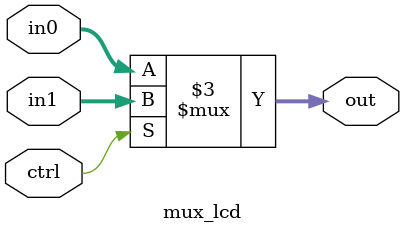
<source format=v>
module mux_lcd (

	input [7:0] in0,in1,
	input ctrl,
	
	output reg [7:0] out
);

always @(*) begin

	if(ctrl) begin
		out =in1;
	end else begin 
		out = in0;
	end
end

endmodule
</source>
